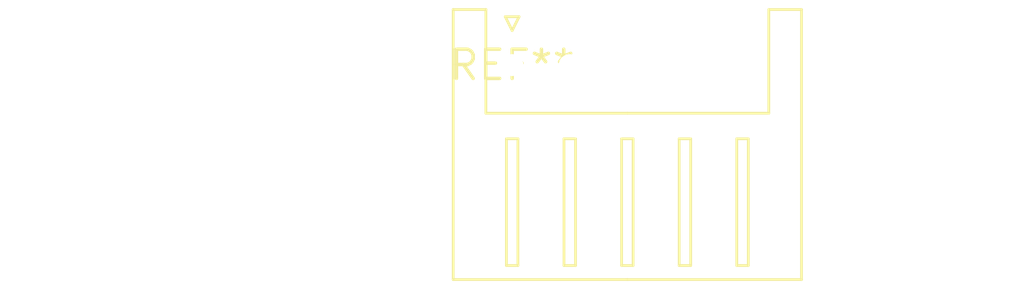
<source format=kicad_pcb>
(kicad_pcb (version 20240108) (generator pcbnew)
  (layers (0 "F.Cu" signal) (31 "B.Cu" signal) (34 "B.Paste" user) (35 "F.Paste" user) (36 "B.SilkS" user "B.Silkscreen") (37 "F.SilkS" user "F.Silkscreen") (38 "B.Mask" user) (39 "F.Mask" user) (44 "Edge.Cuts" user))
  (net 0 "")
  (footprint "JST_XH_S5B-XH-A_1x05_P2.50mm_Horizontal" (layer "F.Cu") (at 0 0)
    (property "Reference" "REF**")
    (property "Value" "JST_XH_S5B-XH-A_1x05_P2.50mm_Horizontal")
    (fp_line (start -2.56 -2.41) (end -1.14 -2.41) (layer "F.SilkS") (stroke (width 0.12)))
    (fp_line (start -2.56 9.31) (end -2.56 -2.41) (layer "F.SilkS") (stroke (width 0.12)))
    (fp_line (start -1.14 -2.41) (end -1.14 2.09) (layer "F.SilkS") (stroke (width 0.12)))
    (fp_line (start -1.14 2.09) (end 5 2.09) (layer "F.SilkS") (stroke (width 0.12)))
    (fp_line (start -0.3 -2.1) (end 0.3 -2.1) (layer "F.SilkS") (stroke (width 0.12)))
    (fp_line (start -0.25 3.2) (end -0.25 8.7) (layer "F.SilkS") (stroke (width 0.12)))
    (fp_line (start -0.25 8.7) (end 0.25 8.7) (layer "F.SilkS") (stroke (width 0.12)))
    (fp_line (start 0 -1.5) (end -0.3 -2.1) (layer "F.SilkS") (stroke (width 0.12)))
    (fp_line (start 0.25 3.2) (end -0.25 3.2) (layer "F.SilkS") (stroke (width 0.12)))
    (fp_line (start 0.25 8.7) (end 0.25 3.2) (layer "F.SilkS") (stroke (width 0.12)))
    (fp_line (start 0.3 -2.1) (end 0 -1.5) (layer "F.SilkS") (stroke (width 0.12)))
    (fp_line (start 2.25 3.2) (end 2.25 8.7) (layer "F.SilkS") (stroke (width 0.12)))
    (fp_line (start 2.25 8.7) (end 2.75 8.7) (layer "F.SilkS") (stroke (width 0.12)))
    (fp_line (start 2.75 3.2) (end 2.25 3.2) (layer "F.SilkS") (stroke (width 0.12)))
    (fp_line (start 2.75 8.7) (end 2.75 3.2) (layer "F.SilkS") (stroke (width 0.12)))
    (fp_line (start 4.75 3.2) (end 4.75 8.7) (layer "F.SilkS") (stroke (width 0.12)))
    (fp_line (start 4.75 8.7) (end 5.25 8.7) (layer "F.SilkS") (stroke (width 0.12)))
    (fp_line (start 5 9.31) (end -2.56 9.31) (layer "F.SilkS") (stroke (width 0.12)))
    (fp_line (start 5 9.31) (end 12.56 9.31) (layer "F.SilkS") (stroke (width 0.12)))
    (fp_line (start 5.25 3.2) (end 4.75 3.2) (layer "F.SilkS") (stroke (width 0.12)))
    (fp_line (start 5.25 8.7) (end 5.25 3.2) (layer "F.SilkS") (stroke (width 0.12)))
    (fp_line (start 7.25 3.2) (end 7.25 8.7) (layer "F.SilkS") (stroke (width 0.12)))
    (fp_line (start 7.25 8.7) (end 7.75 8.7) (layer "F.SilkS") (stroke (width 0.12)))
    (fp_line (start 7.75 3.2) (end 7.25 3.2) (layer "F.SilkS") (stroke (width 0.12)))
    (fp_line (start 7.75 8.7) (end 7.75 3.2) (layer "F.SilkS") (stroke (width 0.12)))
    (fp_line (start 9.75 3.2) (end 9.75 8.7) (layer "F.SilkS") (stroke (width 0.12)))
    (fp_line (start 9.75 8.7) (end 10.25 8.7) (layer "F.SilkS") (stroke (width 0.12)))
    (fp_line (start 10.25 3.2) (end 9.75 3.2) (layer "F.SilkS") (stroke (width 0.12)))
    (fp_line (start 10.25 8.7) (end 10.25 3.2) (layer "F.SilkS") (stroke (width 0.12)))
    (fp_line (start 11.14 -2.41) (end 11.14 2.09) (layer "F.SilkS") (stroke (width 0.12)))
    (fp_line (start 11.14 2.09) (end 5 2.09) (layer "F.SilkS") (stroke (width 0.12)))
    (fp_line (start 12.56 -2.41) (end 11.14 -2.41) (layer "F.SilkS") (stroke (width 0.12)))
    (fp_line (start 12.56 9.31) (end 12.56 -2.41) (layer "F.SilkS") (stroke (width 0.12)))
    (pad "1" thru_hole roundrect (at 0 0) (size 1.7 1.95) (drill 0.95) (layers *.Cu *.Mask) (remove_unused_layers) (roundrect_rratio 0.147059))
    (pad "2" thru_hole oval (at 2.5 0) (size 1.7 1.95) (drill 0.95) (layers *.Cu *.Mask) (remove_unused_layers))
    (pad "3" thru_hole oval (at 5 0) (size 1.7 1.95) (drill 0.95) (layers *.Cu *.Mask) (remove_unused_layers))
    (pad "4" thru_hole oval (at 7.5 0) (size 1.7 1.95) (drill 0.95) (layers *.Cu *.Mask) (remove_unused_layers))
    (pad "5" thru_hole oval (at 10 0) (size 1.7 1.95) (drill 0.95) (layers *.Cu *.Mask) (remove_unused_layers))
  )
)
</source>
